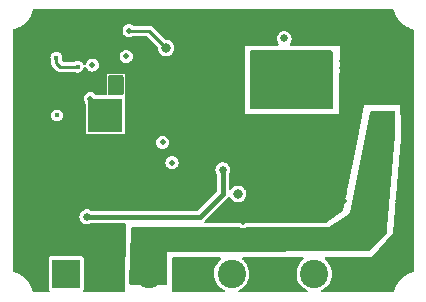
<source format=gbr>
%TF.GenerationSoftware,KiCad,Pcbnew,6.0.11+dfsg-1~bpo11+1*%
%TF.CreationDate,2023-08-28T18:41:00-05:00*%
%TF.ProjectId,Gauntl33tVoltageRegulator,4761756e-746c-4333-9374-566f6c746167,rev?*%
%TF.SameCoordinates,Original*%
%TF.FileFunction,Copper,L4,Bot*%
%TF.FilePolarity,Positive*%
%FSLAX46Y46*%
G04 Gerber Fmt 4.6, Leading zero omitted, Abs format (unit mm)*
G04 Created by KiCad (PCBNEW 6.0.11+dfsg-1~bpo11+1) date 2023-08-28 18:41:00*
%MOMM*%
%LPD*%
G01*
G04 APERTURE LIST*
%TA.AperFunction,ComponentPad*%
%ADD10R,2.400000X2.400000*%
%TD*%
%TA.AperFunction,ComponentPad*%
%ADD11C,2.400000*%
%TD*%
%TA.AperFunction,ViaPad*%
%ADD12C,0.800000*%
%TD*%
%TA.AperFunction,ViaPad*%
%ADD13C,0.650000*%
%TD*%
%TA.AperFunction,ViaPad*%
%ADD14C,0.500000*%
%TD*%
%TA.AperFunction,ViaPad*%
%ADD15C,0.400000*%
%TD*%
%TA.AperFunction,Conductor*%
%ADD16C,0.250000*%
%TD*%
%TA.AperFunction,Conductor*%
%ADD17C,0.400000*%
%TD*%
G04 APERTURE END LIST*
D10*
%TO.P,J1,1,Pin_1*%
%TO.N,Net-(F2-Pad1)*%
X122050000Y-128900000D03*
D11*
%TO.P,J1,2,Pin_2*%
%TO.N,GND*%
X125550000Y-128900000D03*
%TO.P,J1,3,Pin_3*%
%TO.N,Net-(F1-Pad1)*%
X129050000Y-128900000D03*
%TO.P,J1,4,Pin_4*%
%TO.N,GND*%
X132550000Y-128900000D03*
%TO.P,J1,5,Pin_5*%
%TO.N,Net-(J1-Pad5)*%
X136050000Y-128900000D03*
%TO.P,J1,6,Pin_6*%
%TO.N,GND*%
X139550000Y-128900000D03*
%TO.P,J1,7,Pin_7*%
%TO.N,/5V*%
X143050000Y-128900000D03*
%TO.P,J1,8,Pin_8*%
%TO.N,GND*%
X146550000Y-128900000D03*
%TD*%
D12*
%TO.N,/5V*%
X130500000Y-109800000D03*
X136600000Y-122162500D03*
D13*
%TO.N,/+20V*%
X123800000Y-124100000D03*
D14*
X126500000Y-114400000D03*
D13*
X135300000Y-120100000D03*
D14*
X125265498Y-115734502D03*
X126500000Y-115000000D03*
X125900000Y-115000000D03*
X125900000Y-114400000D03*
X124100000Y-114100000D03*
D15*
%TO.N,/5V*%
X123005000Y-111390000D03*
D14*
%TO.N,GND*%
X134700000Y-118500000D03*
X150100000Y-122800000D03*
X126500000Y-112500000D03*
X132400000Y-118900000D03*
X128000000Y-122400000D03*
X146000000Y-112100000D03*
X128700000Y-121700000D03*
X150100000Y-123400000D03*
X145000000Y-121600000D03*
X128000000Y-118600000D03*
X128700000Y-120000000D03*
X146700000Y-114500000D03*
X146600000Y-110900000D03*
X127262000Y-112760000D03*
X150700000Y-121600000D03*
X150700000Y-122800000D03*
X118800000Y-109300000D03*
X127900000Y-113400000D03*
X146000000Y-114500000D03*
X145400000Y-113300000D03*
X126500000Y-113500000D03*
X145600000Y-121000000D03*
X145000000Y-122200000D03*
X145000000Y-119800000D03*
X129400000Y-122400000D03*
X140100000Y-122000000D03*
X129400000Y-120700000D03*
X129400000Y-120000000D03*
X125900000Y-112500000D03*
X132400000Y-119600000D03*
X139700000Y-124400000D03*
X127900000Y-114600000D03*
X145400000Y-114500000D03*
X146000000Y-113900000D03*
X150700000Y-123400000D03*
X127900000Y-115200000D03*
X138200000Y-122100000D03*
X128600000Y-110200000D03*
X125900000Y-113500000D03*
X146000000Y-110900000D03*
X128700000Y-122400000D03*
X145600000Y-122200000D03*
X129400000Y-119300000D03*
X129400000Y-121700000D03*
X145600000Y-120400000D03*
X150700000Y-118600000D03*
X120100000Y-113300000D03*
X145000000Y-121000000D03*
X122300000Y-110600000D03*
X137000000Y-124500000D03*
X134700000Y-119200000D03*
X145600000Y-119800000D03*
X128000000Y-121700000D03*
X125900000Y-113000000D03*
X128700000Y-120700000D03*
X145000000Y-119200000D03*
X127900000Y-114000000D03*
X128000000Y-120000000D03*
X140100000Y-120200000D03*
X129400000Y-118600000D03*
X139000000Y-122100000D03*
X146600000Y-111500000D03*
X146600000Y-113900000D03*
X128000000Y-120700000D03*
X136000000Y-123200000D03*
X146000000Y-113300000D03*
X145000000Y-118600000D03*
X150700000Y-119200000D03*
X136300000Y-124000000D03*
X128000000Y-123100000D03*
X146600000Y-112100000D03*
X143100000Y-124400000D03*
X128700000Y-118600000D03*
X132100000Y-122300000D03*
X124200000Y-106800000D03*
X132100000Y-123000000D03*
X146000000Y-111500000D03*
X127300000Y-114000000D03*
X146600000Y-113300000D03*
X145000000Y-120400000D03*
X150700000Y-120400000D03*
X145600000Y-118600000D03*
X127300000Y-115200000D03*
D12*
X119000000Y-129000000D03*
D14*
X129400000Y-123100000D03*
X128700000Y-123100000D03*
X145600000Y-122800000D03*
X145400000Y-110900000D03*
X145000000Y-123400000D03*
X145400000Y-113900000D03*
X145400000Y-112100000D03*
X122600000Y-107900000D03*
D12*
X118000000Y-128000000D03*
D14*
X127300000Y-114600000D03*
X122200000Y-114000000D03*
X128700000Y-119300000D03*
X128000000Y-119300000D03*
X145400000Y-111500000D03*
X150700000Y-122200000D03*
X150700000Y-121000000D03*
X121800000Y-116900000D03*
X150700000Y-119800000D03*
X127300000Y-113400000D03*
X145600000Y-121600000D03*
X145600000Y-119200000D03*
X126500000Y-113000000D03*
X145000000Y-122800000D03*
%TO.N,/PGOOD*%
X130200000Y-117800000D03*
X127121588Y-110521588D03*
D15*
%TO.N,/5V*%
X121215000Y-110610000D03*
X121275000Y-115520000D03*
D14*
X127367500Y-108332061D03*
%TO.N,/Vreg*%
X141100000Y-113600000D03*
X139700000Y-113600000D03*
X139700000Y-112200000D03*
X141800000Y-113600000D03*
X143600000Y-110900000D03*
X140400000Y-112900000D03*
X140400000Y-110800000D03*
X141800000Y-110800000D03*
X139700000Y-110800000D03*
X141800000Y-112900000D03*
X140400000Y-111500000D03*
X141800000Y-112200000D03*
X144200000Y-114400000D03*
X143500000Y-114400000D03*
X141100000Y-111500000D03*
X143500000Y-113200000D03*
D13*
X140500000Y-109000000D03*
D14*
X139700000Y-111500000D03*
X143600000Y-111600000D03*
X144200000Y-110900000D03*
X140400000Y-113600000D03*
X124246000Y-111254000D03*
X144200000Y-113200000D03*
X143500000Y-113800000D03*
X144200000Y-111600000D03*
X144200000Y-113800000D03*
X140400000Y-112200000D03*
X141100000Y-110800000D03*
X139700000Y-112900000D03*
X141100000Y-112900000D03*
X141100000Y-112200000D03*
X141800000Y-111500000D03*
%TO.N,Net-(F1-Pad1)*%
X149200000Y-115700000D03*
X148300000Y-116400000D03*
X149200000Y-116400000D03*
X148300000Y-115700000D03*
%TO.N,Net-(J1-Pad5)*%
X131000000Y-119500000D03*
%TD*%
D16*
%TO.N,/5V*%
X130500000Y-109800000D02*
X129032061Y-108332061D01*
X129032061Y-108332061D02*
X127367500Y-108332061D01*
X121215000Y-110610000D02*
X121215000Y-111115000D01*
X121215000Y-111115000D02*
X121490000Y-111390000D01*
X121490000Y-111390000D02*
X123005000Y-111390000D01*
D17*
%TO.N,/+20V*%
X133400000Y-124100000D02*
X135100000Y-122400000D01*
X135300000Y-122200000D02*
X135300000Y-120100000D01*
X123800000Y-124100000D02*
X133400000Y-124100000D01*
X135100000Y-122400000D02*
X135300000Y-122200000D01*
%TD*%
%TA.AperFunction,Conductor*%
%TO.N,GND*%
G36*
X135105860Y-127520002D02*
G01*
X135152353Y-127573658D01*
X135162457Y-127643932D01*
X135132963Y-127708512D01*
X135113392Y-127726760D01*
X135050364Y-127774083D01*
X134879896Y-127952468D01*
X134876982Y-127956740D01*
X134876981Y-127956741D01*
X134857238Y-127985683D01*
X134740851Y-128156300D01*
X134636965Y-128380104D01*
X134571026Y-128617871D01*
X134544806Y-128863214D01*
X134559010Y-129109545D01*
X134560147Y-129114591D01*
X134560148Y-129114597D01*
X134582336Y-129213051D01*
X134613255Y-129350249D01*
X134706084Y-129578861D01*
X134835006Y-129789241D01*
X134996557Y-129975741D01*
X135186399Y-130133351D01*
X135199342Y-130140914D01*
X135394967Y-130255229D01*
X135394974Y-130255232D01*
X135399433Y-130257838D01*
X135404262Y-130259682D01*
X135405698Y-130260370D01*
X135458488Y-130307844D01*
X135477232Y-130376321D01*
X135455978Y-130444062D01*
X135401475Y-130489558D01*
X135351253Y-130500000D01*
X131126000Y-130500000D01*
X131057879Y-130479998D01*
X131011386Y-130426342D01*
X131000000Y-130374000D01*
X131000000Y-127626000D01*
X131020002Y-127557879D01*
X131073658Y-127511386D01*
X131126000Y-127500000D01*
X135037739Y-127500000D01*
X135105860Y-127520002D01*
G37*
%TD.AperFunction*%
%TA.AperFunction,Conductor*%
G36*
X142105860Y-127520002D02*
G01*
X142152353Y-127573658D01*
X142162457Y-127643932D01*
X142132963Y-127708512D01*
X142113392Y-127726760D01*
X142050364Y-127774083D01*
X141879896Y-127952468D01*
X141876982Y-127956740D01*
X141876981Y-127956741D01*
X141857238Y-127985683D01*
X141740851Y-128156300D01*
X141636965Y-128380104D01*
X141571026Y-128617871D01*
X141544806Y-128863214D01*
X141559010Y-129109545D01*
X141560147Y-129114591D01*
X141560148Y-129114597D01*
X141582336Y-129213051D01*
X141613255Y-129350249D01*
X141706084Y-129578861D01*
X141835006Y-129789241D01*
X141996557Y-129975741D01*
X142186399Y-130133351D01*
X142199342Y-130140914D01*
X142394967Y-130255229D01*
X142394974Y-130255232D01*
X142399433Y-130257838D01*
X142404262Y-130259682D01*
X142405698Y-130260370D01*
X142458488Y-130307844D01*
X142477232Y-130376321D01*
X142455978Y-130444062D01*
X142401475Y-130489558D01*
X142351253Y-130500000D01*
X136738475Y-130500000D01*
X136670354Y-130479998D01*
X136623861Y-130426342D01*
X136613757Y-130356068D01*
X136643251Y-130291488D01*
X136683043Y-130260849D01*
X136816303Y-130195566D01*
X136816308Y-130195563D01*
X136820954Y-130193287D01*
X136825164Y-130190284D01*
X136825169Y-130190281D01*
X137017617Y-130053009D01*
X137017622Y-130053005D01*
X137021829Y-130050004D01*
X137196605Y-129875837D01*
X137340588Y-129675463D01*
X137449911Y-129454264D01*
X137505120Y-129272551D01*
X137520135Y-129223132D01*
X137520136Y-129223126D01*
X137521639Y-129218180D01*
X137553845Y-128973550D01*
X137555643Y-128900000D01*
X137542030Y-128734422D01*
X137535849Y-128659240D01*
X137535848Y-128659234D01*
X137535425Y-128654089D01*
X137475316Y-128414783D01*
X137376928Y-128188507D01*
X137242905Y-127981339D01*
X137216635Y-127952468D01*
X137190243Y-127923464D01*
X137076846Y-127798842D01*
X137072795Y-127795643D01*
X137072791Y-127795639D01*
X136983196Y-127724882D01*
X136942133Y-127666965D01*
X136938901Y-127596042D01*
X136974526Y-127534631D01*
X137037697Y-127502228D01*
X137061288Y-127500000D01*
X142037739Y-127500000D01*
X142105860Y-127520002D01*
G37*
%TD.AperFunction*%
%TA.AperFunction,Conductor*%
G36*
X149721610Y-106520002D02*
G01*
X149768103Y-106573658D01*
X149773784Y-106588515D01*
X149845063Y-106817260D01*
X149959285Y-107071050D01*
X150103265Y-107309222D01*
X150105606Y-107312210D01*
X150105608Y-107312213D01*
X150272551Y-107525299D01*
X150274904Y-107528302D01*
X150471698Y-107725096D01*
X150474698Y-107727447D01*
X150474701Y-107727449D01*
X150628624Y-107848040D01*
X150690778Y-107896735D01*
X150733137Y-107922342D01*
X150925689Y-108038744D01*
X150925693Y-108038746D01*
X150928950Y-108040715D01*
X150959437Y-108054436D01*
X151179264Y-108153373D01*
X151179270Y-108153375D01*
X151182740Y-108154937D01*
X151186376Y-108156070D01*
X151411485Y-108226216D01*
X151470571Y-108265578D01*
X151498996Y-108330636D01*
X151500000Y-108346511D01*
X151500000Y-128653489D01*
X151479998Y-128721610D01*
X151426342Y-128768103D01*
X151411485Y-128773784D01*
X151182740Y-128845063D01*
X151179270Y-128846625D01*
X151179264Y-128846627D01*
X151142410Y-128863214D01*
X150928950Y-128959285D01*
X150925693Y-128961254D01*
X150925689Y-128961256D01*
X150773950Y-129052986D01*
X150690778Y-129103265D01*
X150687790Y-129105606D01*
X150687787Y-129105608D01*
X150474701Y-129272551D01*
X150471698Y-129274904D01*
X150274904Y-129471698D01*
X150272553Y-129474698D01*
X150272551Y-129474701D01*
X150115264Y-129675463D01*
X150103265Y-129690778D01*
X150101298Y-129694032D01*
X149989188Y-129879485D01*
X149959285Y-129928950D01*
X149906446Y-130046353D01*
X149846750Y-130178992D01*
X149845063Y-130182740D01*
X149814461Y-130280945D01*
X149773784Y-130411485D01*
X149734422Y-130470571D01*
X149669364Y-130498996D01*
X149653489Y-130500000D01*
X143738475Y-130500000D01*
X143670354Y-130479998D01*
X143623861Y-130426342D01*
X143613757Y-130356068D01*
X143643251Y-130291488D01*
X143683043Y-130260849D01*
X143816303Y-130195566D01*
X143816308Y-130195563D01*
X143820954Y-130193287D01*
X143825164Y-130190284D01*
X143825169Y-130190281D01*
X144017617Y-130053009D01*
X144017622Y-130053005D01*
X144021829Y-130050004D01*
X144196605Y-129875837D01*
X144340588Y-129675463D01*
X144449911Y-129454264D01*
X144505120Y-129272551D01*
X144520135Y-129223132D01*
X144520136Y-129223126D01*
X144521639Y-129218180D01*
X144553845Y-128973550D01*
X144555643Y-128900000D01*
X144542030Y-128734422D01*
X144535849Y-128659240D01*
X144535848Y-128659234D01*
X144535425Y-128654089D01*
X144475316Y-128414783D01*
X144376928Y-128188507D01*
X144242905Y-127981339D01*
X144216635Y-127952468D01*
X144190243Y-127923464D01*
X144076846Y-127798842D01*
X144072795Y-127795643D01*
X144072791Y-127795639D01*
X143983196Y-127724882D01*
X143942133Y-127666965D01*
X143938901Y-127596042D01*
X143974526Y-127534631D01*
X144037697Y-127502228D01*
X144061288Y-127500000D01*
X147900000Y-127500000D01*
X149700000Y-125500000D01*
X150141043Y-120396504D01*
X150399669Y-117403832D01*
X150399669Y-117403829D01*
X150400000Y-117400000D01*
X150359560Y-116267671D01*
X150300647Y-114618104D01*
X150300647Y-114618103D01*
X150300000Y-114600000D01*
X147300000Y-114600000D01*
X147297974Y-114610132D01*
X147297973Y-114610133D01*
X146658362Y-117808188D01*
X145516939Y-123515309D01*
X145509772Y-123551142D01*
X145476799Y-123614017D01*
X145459457Y-123628959D01*
X145225555Y-123796032D01*
X144132526Y-124576767D01*
X144060031Y-124600235D01*
X133856593Y-124660255D01*
X133788356Y-124640654D01*
X133741548Y-124587273D01*
X133731031Y-124517059D01*
X133760144Y-124452306D01*
X133773599Y-124438809D01*
X133781037Y-124432400D01*
X133785921Y-124424865D01*
X133791819Y-124418104D01*
X133791824Y-124418108D01*
X133800800Y-124407014D01*
X135604280Y-122603534D01*
X135613624Y-122596068D01*
X135613292Y-122595678D01*
X135620128Y-122589860D01*
X135627720Y-122585070D01*
X135662756Y-122545399D01*
X135668102Y-122539712D01*
X135679321Y-122528493D01*
X135685450Y-122520316D01*
X135691832Y-122512477D01*
X135716684Y-122484337D01*
X135716685Y-122484336D01*
X135722623Y-122477612D01*
X135726434Y-122469494D01*
X135728506Y-122466341D01*
X135736324Y-122453330D01*
X135737275Y-122451592D01*
X135737507Y-122451361D01*
X135739034Y-122448819D01*
X135743526Y-122442825D01*
X135744974Y-122443910D01*
X135787533Y-122401446D01*
X135856924Y-122386431D01*
X135923417Y-122411315D01*
X135966122Y-122468800D01*
X135968654Y-122475720D01*
X135968656Y-122475724D01*
X135971266Y-122482856D01*
X135975502Y-122489159D01*
X135975502Y-122489160D01*
X135988574Y-122508613D01*
X136065830Y-122623583D01*
X136071442Y-122628690D01*
X136071445Y-122628693D01*
X136185612Y-122732577D01*
X136185616Y-122732580D01*
X136191233Y-122737691D01*
X136197906Y-122741314D01*
X136197910Y-122741317D01*
X136333558Y-122814967D01*
X136333560Y-122814968D01*
X136340235Y-122818592D01*
X136347584Y-122820520D01*
X136496883Y-122859688D01*
X136496885Y-122859688D01*
X136504233Y-122861616D01*
X136590609Y-122862973D01*
X136666161Y-122864160D01*
X136666164Y-122864160D01*
X136673760Y-122864279D01*
X136681165Y-122862583D01*
X136681166Y-122862583D01*
X136741586Y-122848745D01*
X136839029Y-122826428D01*
X136990498Y-122750247D01*
X137119423Y-122640134D01*
X137218361Y-122502447D01*
X137281601Y-122345134D01*
X137288877Y-122294011D01*
X137304909Y-122181362D01*
X137304909Y-122181359D01*
X137305490Y-122177278D01*
X137305645Y-122162500D01*
X137285276Y-121994180D01*
X137225345Y-121835577D01*
X137200920Y-121800038D01*
X137133614Y-121702108D01*
X137133613Y-121702107D01*
X137129312Y-121695849D01*
X137117514Y-121685337D01*
X137008392Y-121588112D01*
X137008388Y-121588110D01*
X137002721Y-121583060D01*
X136852881Y-121503724D01*
X136688441Y-121462419D01*
X136680843Y-121462379D01*
X136680841Y-121462379D01*
X136603668Y-121461975D01*
X136518895Y-121461531D01*
X136511508Y-121463305D01*
X136511504Y-121463305D01*
X136368162Y-121497720D01*
X136354032Y-121501112D01*
X136347288Y-121504593D01*
X136347285Y-121504594D01*
X136342089Y-121507276D01*
X136203369Y-121578875D01*
X136075604Y-121690331D01*
X136071234Y-121696549D01*
X136029587Y-121755806D01*
X135974053Y-121800038D01*
X135903421Y-121807224D01*
X135840116Y-121775083D01*
X135804238Y-121713819D01*
X135800500Y-121683356D01*
X135800500Y-120516012D01*
X135824178Y-120442485D01*
X135847724Y-120409718D01*
X135847725Y-120409717D01*
X135852156Y-120403550D01*
X135908624Y-120263080D01*
X135929956Y-120113196D01*
X135930094Y-120100000D01*
X135911906Y-119949701D01*
X135906814Y-119936226D01*
X135861076Y-119815182D01*
X135861075Y-119815179D01*
X135858392Y-119808080D01*
X135772640Y-119683311D01*
X135659603Y-119582599D01*
X135652897Y-119579048D01*
X135652895Y-119579047D01*
X135592704Y-119547178D01*
X135525805Y-119511757D01*
X135378972Y-119474874D01*
X135371374Y-119474834D01*
X135371372Y-119474834D01*
X135306775Y-119474496D01*
X135227579Y-119474082D01*
X135220200Y-119475854D01*
X135220196Y-119475854D01*
X135087746Y-119507652D01*
X135087742Y-119507653D01*
X135080367Y-119509424D01*
X134945835Y-119578861D01*
X134940113Y-119583853D01*
X134940111Y-119583854D01*
X134837474Y-119673390D01*
X134837471Y-119673393D01*
X134831749Y-119678385D01*
X134827382Y-119684599D01*
X134757397Y-119784178D01*
X134744696Y-119802249D01*
X134689702Y-119943302D01*
X134688711Y-119950831D01*
X134674964Y-120055250D01*
X134669941Y-120093402D01*
X134686554Y-120243883D01*
X134738582Y-120386057D01*
X134742819Y-120392363D01*
X134742821Y-120392366D01*
X134778081Y-120444837D01*
X134799500Y-120515113D01*
X134799500Y-121940496D01*
X134779498Y-122008617D01*
X134762595Y-122029591D01*
X133229591Y-123562595D01*
X133167279Y-123596621D01*
X133140496Y-123599500D01*
X124221808Y-123599500D01*
X124160781Y-123580375D01*
X124159603Y-123582599D01*
X124025805Y-123511757D01*
X123878972Y-123474874D01*
X123871374Y-123474834D01*
X123871372Y-123474834D01*
X123806775Y-123474496D01*
X123727579Y-123474082D01*
X123720200Y-123475854D01*
X123720196Y-123475854D01*
X123587746Y-123507652D01*
X123587742Y-123507653D01*
X123580367Y-123509424D01*
X123445835Y-123578861D01*
X123440113Y-123583853D01*
X123440111Y-123583854D01*
X123337474Y-123673390D01*
X123337471Y-123673393D01*
X123331749Y-123678385D01*
X123244696Y-123802249D01*
X123189702Y-123943302D01*
X123169941Y-124093402D01*
X123186554Y-124243883D01*
X123238582Y-124386057D01*
X123242819Y-124392363D01*
X123242821Y-124392366D01*
X123269723Y-124432400D01*
X123323022Y-124511716D01*
X123434998Y-124613607D01*
X123441675Y-124617232D01*
X123441676Y-124617233D01*
X123561370Y-124682222D01*
X123561372Y-124682223D01*
X123568047Y-124685847D01*
X123575396Y-124687775D01*
X123707136Y-124722336D01*
X123707138Y-124722336D01*
X123714486Y-124724264D01*
X123794562Y-124725522D01*
X123858266Y-124726523D01*
X123858269Y-124726523D01*
X123865863Y-124726642D01*
X124013437Y-124692843D01*
X124081739Y-124658491D01*
X124141900Y-124628234D01*
X124141903Y-124628232D01*
X124148689Y-124624819D01*
X124152820Y-124621291D01*
X124221685Y-124600500D01*
X126973515Y-124600500D01*
X127041636Y-124620502D01*
X127088129Y-124674158D01*
X127099496Y-124728710D01*
X127000417Y-130376210D01*
X126979223Y-130443970D01*
X126924760Y-130489514D01*
X126874436Y-130500000D01*
X123579166Y-130500000D01*
X123511045Y-130479998D01*
X123464552Y-130426342D01*
X123454448Y-130356068D01*
X123483942Y-130291488D01*
X123489994Y-130284981D01*
X123494024Y-130280945D01*
X123494025Y-130280943D01*
X123502241Y-130272713D01*
X123507487Y-130260849D01*
X123543675Y-130178992D01*
X123547506Y-130170327D01*
X123550500Y-130144646D01*
X123550500Y-127655354D01*
X123547382Y-127629154D01*
X123501939Y-127526847D01*
X123422713Y-127447759D01*
X123412076Y-127443056D01*
X123412074Y-127443055D01*
X123352538Y-127416735D01*
X123320327Y-127402494D01*
X123294646Y-127399500D01*
X120805354Y-127399500D01*
X120801650Y-127399941D01*
X120801647Y-127399941D01*
X120794254Y-127400821D01*
X120779154Y-127402618D01*
X120676847Y-127448061D01*
X120597759Y-127527287D01*
X120552494Y-127629673D01*
X120549500Y-127655354D01*
X120549500Y-130144646D01*
X120552618Y-130170846D01*
X120598061Y-130273153D01*
X120606295Y-130281373D01*
X120606296Y-130281374D01*
X120609756Y-130284828D01*
X120643835Y-130347111D01*
X120638830Y-130417931D01*
X120596332Y-130474804D01*
X120529833Y-130499671D01*
X120520737Y-130500000D01*
X119346511Y-130500000D01*
X119278390Y-130479998D01*
X119231897Y-130426342D01*
X119226216Y-130411485D01*
X119185539Y-130280945D01*
X119154937Y-130182740D01*
X119153251Y-130178992D01*
X119093554Y-130046353D01*
X119040715Y-129928950D01*
X119010813Y-129879485D01*
X118898702Y-129694032D01*
X118896735Y-129690778D01*
X118884737Y-129675463D01*
X118727449Y-129474701D01*
X118727447Y-129474698D01*
X118725096Y-129471698D01*
X118528302Y-129274904D01*
X118525299Y-129272551D01*
X118312213Y-129105608D01*
X118312210Y-129105606D01*
X118309222Y-129103265D01*
X118226050Y-129052986D01*
X118074311Y-128961256D01*
X118074307Y-128961254D01*
X118071050Y-128959285D01*
X117857590Y-128863214D01*
X117820736Y-128846627D01*
X117820730Y-128846625D01*
X117817260Y-128845063D01*
X117588515Y-128773784D01*
X117529429Y-128734422D01*
X117501004Y-128669364D01*
X117500000Y-128653489D01*
X117500000Y-119500000D01*
X130444750Y-119500000D01*
X130463670Y-119643709D01*
X130519139Y-119777625D01*
X130607379Y-119892621D01*
X130722375Y-119980861D01*
X130856291Y-120036330D01*
X131000000Y-120055250D01*
X131143709Y-120036330D01*
X131277625Y-119980861D01*
X131392621Y-119892621D01*
X131480861Y-119777625D01*
X131536330Y-119643709D01*
X131555250Y-119500000D01*
X131536330Y-119356291D01*
X131480861Y-119222375D01*
X131392621Y-119107379D01*
X131277625Y-119019139D01*
X131143709Y-118963670D01*
X131000000Y-118944750D01*
X130856291Y-118963670D01*
X130722375Y-119019139D01*
X130607379Y-119107379D01*
X130519139Y-119222375D01*
X130463670Y-119356291D01*
X130444750Y-119500000D01*
X117500000Y-119500000D01*
X117500000Y-117800000D01*
X129644750Y-117800000D01*
X129663670Y-117943709D01*
X129719139Y-118077625D01*
X129807379Y-118192621D01*
X129922375Y-118280861D01*
X130056291Y-118336330D01*
X130200000Y-118355250D01*
X130343709Y-118336330D01*
X130477625Y-118280861D01*
X130592621Y-118192621D01*
X130680861Y-118077625D01*
X130736330Y-117943709D01*
X130755250Y-117800000D01*
X130736330Y-117656291D01*
X130680861Y-117522375D01*
X130592621Y-117407379D01*
X130477625Y-117319139D01*
X130343709Y-117263670D01*
X130200000Y-117244750D01*
X130056291Y-117263670D01*
X129922375Y-117319139D01*
X129807379Y-117407379D01*
X129719139Y-117522375D01*
X129663670Y-117656291D01*
X129644750Y-117800000D01*
X117500000Y-117800000D01*
X117500000Y-115513823D01*
X120769391Y-115513823D01*
X120770555Y-115522725D01*
X120770555Y-115522728D01*
X120774398Y-115552114D01*
X120787980Y-115655979D01*
X120845720Y-115787203D01*
X120851497Y-115794076D01*
X120851498Y-115794077D01*
X120858792Y-115802754D01*
X120937970Y-115896948D01*
X121057313Y-115976390D01*
X121194157Y-116019142D01*
X121203129Y-116019306D01*
X121203132Y-116019307D01*
X121268463Y-116020504D01*
X121337499Y-116021770D01*
X121346533Y-116019307D01*
X121467158Y-115986421D01*
X121467160Y-115986420D01*
X121475817Y-115984060D01*
X121597991Y-115909045D01*
X121694200Y-115802754D01*
X121756710Y-115673733D01*
X121780496Y-115532354D01*
X121780647Y-115520000D01*
X121763462Y-115400000D01*
X121761596Y-115386968D01*
X121761595Y-115386965D01*
X121760323Y-115378082D01*
X121743864Y-115341881D01*
X121728176Y-115307379D01*
X121700984Y-115247572D01*
X121644818Y-115182388D01*
X121613260Y-115145763D01*
X121613257Y-115145760D01*
X121607400Y-115138963D01*
X121487095Y-115060985D01*
X121349739Y-115019907D01*
X121340763Y-115019852D01*
X121340762Y-115019852D01*
X121280555Y-115019484D01*
X121206376Y-115019031D01*
X121068529Y-115058428D01*
X120947280Y-115134930D01*
X120852377Y-115242388D01*
X120791447Y-115372163D01*
X120790066Y-115381035D01*
X120771180Y-115502335D01*
X120769391Y-115513823D01*
X117500000Y-115513823D01*
X117500000Y-114100000D01*
X123544750Y-114100000D01*
X123563670Y-114243709D01*
X123619139Y-114377625D01*
X123673964Y-114449074D01*
X123699563Y-114515293D01*
X123700000Y-114525776D01*
X123700000Y-117100000D01*
X127000000Y-117100000D01*
X127000000Y-115400000D01*
X137200000Y-115400000D01*
X145100000Y-115400000D01*
X145119578Y-114264475D01*
X145199688Y-109618112D01*
X145199688Y-109618111D01*
X145200000Y-109600000D01*
X141084831Y-109600000D01*
X141016710Y-109579998D01*
X140970217Y-109526342D01*
X140960113Y-109456068D01*
X140982509Y-109400473D01*
X141047724Y-109309718D01*
X141047725Y-109309717D01*
X141052156Y-109303550D01*
X141108624Y-109163080D01*
X141129956Y-109013196D01*
X141130094Y-109000000D01*
X141111906Y-108849701D01*
X141106814Y-108836226D01*
X141061076Y-108715182D01*
X141061075Y-108715179D01*
X141058392Y-108708080D01*
X140972640Y-108583311D01*
X140859603Y-108482599D01*
X140852897Y-108479048D01*
X140852895Y-108479047D01*
X140792704Y-108447178D01*
X140725805Y-108411757D01*
X140578972Y-108374874D01*
X140571374Y-108374834D01*
X140571372Y-108374834D01*
X140506775Y-108374496D01*
X140427579Y-108374082D01*
X140420200Y-108375854D01*
X140420196Y-108375854D01*
X140287746Y-108407652D01*
X140287742Y-108407653D01*
X140280367Y-108409424D01*
X140145835Y-108478861D01*
X140140113Y-108483853D01*
X140140111Y-108483854D01*
X140037474Y-108573390D01*
X140037471Y-108573393D01*
X140031749Y-108578385D01*
X139944696Y-108702249D01*
X139889702Y-108843302D01*
X139869941Y-108993402D01*
X139886554Y-109143883D01*
X139938582Y-109286057D01*
X140017653Y-109403726D01*
X140039045Y-109471420D01*
X140020441Y-109539936D01*
X139967749Y-109587518D01*
X139913071Y-109600000D01*
X137200000Y-109600000D01*
X137200000Y-115400000D01*
X127000000Y-115400000D01*
X127000000Y-115256481D01*
X127009591Y-115208264D01*
X127033171Y-115151337D01*
X127033172Y-115151333D01*
X127036330Y-115143709D01*
X127055250Y-115000000D01*
X127036330Y-114856291D01*
X127033172Y-114848667D01*
X127033171Y-114848663D01*
X127009591Y-114791736D01*
X127000000Y-114743519D01*
X127000000Y-114656481D01*
X127009591Y-114608264D01*
X127033171Y-114551337D01*
X127033172Y-114551333D01*
X127036330Y-114543709D01*
X127055250Y-114400000D01*
X127036330Y-114256291D01*
X127033172Y-114248667D01*
X127033171Y-114248663D01*
X127009591Y-114191736D01*
X127000000Y-114143519D01*
X127000000Y-112000000D01*
X125500000Y-112000000D01*
X125500000Y-113674000D01*
X125479998Y-113742121D01*
X125426342Y-113788614D01*
X125374000Y-113800000D01*
X124625828Y-113800000D01*
X124557707Y-113779998D01*
X124525866Y-113750705D01*
X124520498Y-113743709D01*
X124492621Y-113707379D01*
X124377625Y-113619139D01*
X124243709Y-113563670D01*
X124100000Y-113544750D01*
X123956291Y-113563670D01*
X123822375Y-113619139D01*
X123707379Y-113707379D01*
X123619139Y-113822375D01*
X123563670Y-113956291D01*
X123544750Y-114100000D01*
X117500000Y-114100000D01*
X117500000Y-110603823D01*
X120709391Y-110603823D01*
X120710555Y-110612725D01*
X120710555Y-110612728D01*
X120718685Y-110674901D01*
X120727980Y-110745979D01*
X120735792Y-110763733D01*
X120778829Y-110861542D01*
X120789500Y-110912288D01*
X120789500Y-111182393D01*
X120796914Y-111205210D01*
X120801528Y-111224429D01*
X120805281Y-111248126D01*
X120809784Y-111256963D01*
X120809784Y-111256964D01*
X120816172Y-111269502D01*
X120823736Y-111287763D01*
X120828085Y-111301147D01*
X120828087Y-111301150D01*
X120831151Y-111310581D01*
X120836980Y-111318604D01*
X120845253Y-111329991D01*
X120855577Y-111346837D01*
X120866472Y-111368220D01*
X121236780Y-111738528D01*
X121258156Y-111749419D01*
X121275012Y-111759749D01*
X121294419Y-111773850D01*
X121310408Y-111779045D01*
X121317237Y-111781264D01*
X121335498Y-111788827D01*
X121356874Y-111799719D01*
X121366665Y-111801270D01*
X121366672Y-111801272D01*
X121380569Y-111803473D01*
X121399788Y-111808087D01*
X121413173Y-111812436D01*
X121413180Y-111812437D01*
X121422607Y-111815500D01*
X122702806Y-111815500D01*
X122772624Y-111836612D01*
X122779837Y-111841414D01*
X122779840Y-111841415D01*
X122787313Y-111846390D01*
X122924157Y-111889142D01*
X122933129Y-111889306D01*
X122933132Y-111889307D01*
X122998463Y-111890504D01*
X123067499Y-111891770D01*
X123076533Y-111889307D01*
X123197158Y-111856421D01*
X123197160Y-111856420D01*
X123205817Y-111854060D01*
X123327991Y-111779045D01*
X123424200Y-111672754D01*
X123486710Y-111543733D01*
X123495800Y-111489705D01*
X123526828Y-111425848D01*
X123587454Y-111388901D01*
X123658430Y-111390597D01*
X123717222Y-111430397D01*
X123736463Y-111462394D01*
X123765139Y-111531625D01*
X123853379Y-111646621D01*
X123968375Y-111734861D01*
X124102291Y-111790330D01*
X124246000Y-111809250D01*
X124389709Y-111790330D01*
X124523625Y-111734861D01*
X124638621Y-111646621D01*
X124726861Y-111531625D01*
X124782330Y-111397709D01*
X124801250Y-111254000D01*
X124782330Y-111110291D01*
X124726861Y-110976375D01*
X124638621Y-110861379D01*
X124523625Y-110773139D01*
X124389709Y-110717670D01*
X124246000Y-110698750D01*
X124102291Y-110717670D01*
X123968375Y-110773139D01*
X123853379Y-110861379D01*
X123765139Y-110976375D01*
X123709670Y-111110291D01*
X123708592Y-111118480D01*
X123703800Y-111154875D01*
X123675077Y-111219802D01*
X123615811Y-111258893D01*
X123544819Y-111259737D01*
X123484641Y-111222066D01*
X123464177Y-111190577D01*
X123434702Y-111125748D01*
X123434700Y-111125745D01*
X123430984Y-111117572D01*
X123394956Y-111075760D01*
X123343260Y-111015763D01*
X123343257Y-111015760D01*
X123337400Y-111008963D01*
X123217095Y-110930985D01*
X123079739Y-110889907D01*
X123070763Y-110889852D01*
X123070762Y-110889852D01*
X123010555Y-110889484D01*
X122936376Y-110889031D01*
X122798529Y-110928428D01*
X122790941Y-110933216D01*
X122790938Y-110933217D01*
X122772167Y-110945061D01*
X122704931Y-110964500D01*
X121800495Y-110964500D01*
X121732374Y-110944498D01*
X121685881Y-110890842D01*
X121675777Y-110820568D01*
X121687103Y-110783562D01*
X121692795Y-110771814D01*
X121692795Y-110771813D01*
X121696710Y-110763733D01*
X121720496Y-110622354D01*
X121720647Y-110610000D01*
X121707986Y-110521588D01*
X126566338Y-110521588D01*
X126585258Y-110665297D01*
X126640727Y-110799213D01*
X126728967Y-110914209D01*
X126843963Y-111002449D01*
X126977879Y-111057918D01*
X127121588Y-111076838D01*
X127265297Y-111057918D01*
X127399213Y-111002449D01*
X127514209Y-110914209D01*
X127602449Y-110799213D01*
X127657918Y-110665297D01*
X127676838Y-110521588D01*
X127657918Y-110377879D01*
X127602449Y-110243963D01*
X127514209Y-110128967D01*
X127399213Y-110040727D01*
X127265297Y-109985258D01*
X127121588Y-109966338D01*
X126977879Y-109985258D01*
X126843963Y-110040727D01*
X126728967Y-110128967D01*
X126640727Y-110243963D01*
X126585258Y-110377879D01*
X126566338Y-110521588D01*
X121707986Y-110521588D01*
X121704906Y-110500083D01*
X121701596Y-110476968D01*
X121701595Y-110476965D01*
X121700323Y-110468082D01*
X121640984Y-110337572D01*
X121575077Y-110261083D01*
X121553260Y-110235763D01*
X121553257Y-110235760D01*
X121547400Y-110228963D01*
X121427095Y-110150985D01*
X121289739Y-110109907D01*
X121280763Y-110109852D01*
X121280762Y-110109852D01*
X121220555Y-110109484D01*
X121146376Y-110109031D01*
X121008529Y-110148428D01*
X120887280Y-110224930D01*
X120792377Y-110332388D01*
X120731447Y-110462163D01*
X120709391Y-110603823D01*
X117500000Y-110603823D01*
X117500000Y-108346511D01*
X117504243Y-108332061D01*
X126812250Y-108332061D01*
X126831170Y-108475770D01*
X126886639Y-108609686D01*
X126974879Y-108724682D01*
X127089875Y-108812922D01*
X127223791Y-108868391D01*
X127367500Y-108887311D01*
X127511209Y-108868391D01*
X127645125Y-108812922D01*
X127683339Y-108783599D01*
X127749560Y-108757998D01*
X127760044Y-108757561D01*
X128803623Y-108757561D01*
X128871744Y-108777563D01*
X128892718Y-108794466D01*
X129761680Y-109663428D01*
X129795706Y-109725740D01*
X129797507Y-109768967D01*
X129794394Y-109792611D01*
X129812999Y-109961135D01*
X129821827Y-109985258D01*
X129868384Y-110112480D01*
X129871266Y-110120356D01*
X129875502Y-110126659D01*
X129875502Y-110126660D01*
X129888472Y-110145962D01*
X129965830Y-110261083D01*
X129971442Y-110266190D01*
X129971445Y-110266193D01*
X130085612Y-110370077D01*
X130085616Y-110370080D01*
X130091233Y-110375191D01*
X130097906Y-110378814D01*
X130097910Y-110378817D01*
X130233558Y-110452467D01*
X130233560Y-110452468D01*
X130240235Y-110456092D01*
X130247584Y-110458020D01*
X130396883Y-110497188D01*
X130396885Y-110497188D01*
X130404233Y-110499116D01*
X130490609Y-110500473D01*
X130566161Y-110501660D01*
X130566164Y-110501660D01*
X130573760Y-110501779D01*
X130581165Y-110500083D01*
X130581166Y-110500083D01*
X130682092Y-110476968D01*
X130739029Y-110463928D01*
X130890498Y-110387747D01*
X131019423Y-110277634D01*
X131118361Y-110139947D01*
X131123702Y-110126660D01*
X131178766Y-109989687D01*
X131178767Y-109989685D01*
X131181601Y-109982634D01*
X131205490Y-109814778D01*
X131205645Y-109800000D01*
X131185276Y-109631680D01*
X131125345Y-109473077D01*
X131093330Y-109426495D01*
X131033614Y-109339608D01*
X131033613Y-109339607D01*
X131029312Y-109333349D01*
X131023641Y-109328296D01*
X130908392Y-109225612D01*
X130908388Y-109225610D01*
X130902721Y-109220560D01*
X130752881Y-109141224D01*
X130588441Y-109099919D01*
X130580843Y-109099879D01*
X130580841Y-109099879D01*
X130483216Y-109099368D01*
X130452487Y-109099207D01*
X130384472Y-109078849D01*
X130364052Y-109062304D01*
X129285281Y-107983533D01*
X129263898Y-107972638D01*
X129247052Y-107962314D01*
X129235665Y-107954041D01*
X129227642Y-107948212D01*
X129218211Y-107945148D01*
X129218208Y-107945146D01*
X129204824Y-107940797D01*
X129186563Y-107933233D01*
X129174025Y-107926845D01*
X129174024Y-107926845D01*
X129165187Y-107922342D01*
X129141490Y-107918589D01*
X129122271Y-107913975D01*
X129099454Y-107906561D01*
X127760044Y-107906561D01*
X127691923Y-107886559D01*
X127683339Y-107880523D01*
X127651675Y-107856226D01*
X127645125Y-107851200D01*
X127511209Y-107795731D01*
X127367500Y-107776811D01*
X127223791Y-107795731D01*
X127089875Y-107851200D01*
X126974879Y-107939440D01*
X126886639Y-108054436D01*
X126831170Y-108188352D01*
X126812250Y-108332061D01*
X117504243Y-108332061D01*
X117520002Y-108278390D01*
X117573658Y-108231897D01*
X117588515Y-108226216D01*
X117813624Y-108156070D01*
X117817260Y-108154937D01*
X117820730Y-108153375D01*
X117820736Y-108153373D01*
X118040563Y-108054436D01*
X118071050Y-108040715D01*
X118074307Y-108038746D01*
X118074311Y-108038744D01*
X118266863Y-107922342D01*
X118309222Y-107896735D01*
X118371377Y-107848040D01*
X118525299Y-107727449D01*
X118525302Y-107727447D01*
X118528302Y-107725096D01*
X118725096Y-107528302D01*
X118727449Y-107525299D01*
X118894392Y-107312213D01*
X118894394Y-107312210D01*
X118896735Y-107309222D01*
X119040715Y-107071050D01*
X119154937Y-106817260D01*
X119226216Y-106588515D01*
X119265578Y-106529429D01*
X119330636Y-106501004D01*
X119346511Y-106500000D01*
X149653489Y-106500000D01*
X149721610Y-106520002D01*
G37*
%TD.AperFunction*%
%TA.AperFunction,Conductor*%
G36*
X126842121Y-112120002D02*
G01*
X126888614Y-112173658D01*
X126900000Y-112226000D01*
X126900000Y-113674000D01*
X126879998Y-113742121D01*
X126826342Y-113788614D01*
X126774000Y-113800000D01*
X125726000Y-113800000D01*
X125657879Y-113779998D01*
X125611386Y-113726342D01*
X125600000Y-113674000D01*
X125600000Y-112226000D01*
X125620002Y-112157879D01*
X125673658Y-112111386D01*
X125726000Y-112100000D01*
X126774000Y-112100000D01*
X126842121Y-112120002D01*
G37*
%TD.AperFunction*%
%TD*%
%TA.AperFunction,Conductor*%
%TO.N,/Vreg*%
G36*
X144542121Y-110020002D02*
G01*
X144588614Y-110073658D01*
X144600000Y-110126000D01*
X144600000Y-114874000D01*
X144579998Y-114942121D01*
X144526342Y-114988614D01*
X144474000Y-115000000D01*
X137726000Y-115000000D01*
X137657879Y-114979998D01*
X137611386Y-114926342D01*
X137600000Y-114874000D01*
X137600000Y-110126000D01*
X137620002Y-110057879D01*
X137673658Y-110011386D01*
X137726000Y-110000000D01*
X144474000Y-110000000D01*
X144542121Y-110020002D01*
G37*
%TD.AperFunction*%
%TD*%
%TA.AperFunction,Conductor*%
%TO.N,/+20V*%
G36*
X126742121Y-114120002D02*
G01*
X126788614Y-114173658D01*
X126800000Y-114226000D01*
X126800000Y-116774000D01*
X126779998Y-116842121D01*
X126726342Y-116888614D01*
X126674000Y-116900000D01*
X124026000Y-116900000D01*
X123957879Y-116879998D01*
X123911386Y-116826342D01*
X123900000Y-116774000D01*
X123900000Y-114226000D01*
X123920002Y-114157879D01*
X123973658Y-114111386D01*
X124026000Y-114100000D01*
X126674000Y-114100000D01*
X126742121Y-114120002D01*
G37*
%TD.AperFunction*%
%TD*%
%TA.AperFunction,Conductor*%
%TO.N,Net-(F1-Pad1)*%
G36*
X149842121Y-115120002D02*
G01*
X149888614Y-115173658D01*
X149900000Y-115226000D01*
X149900000Y-117194636D01*
X149899543Y-117205353D01*
X149233264Y-125010342D01*
X149203719Y-125356436D01*
X149177996Y-125422609D01*
X149170098Y-125431896D01*
X147737035Y-126960496D01*
X147675852Y-126996512D01*
X147645853Y-127000317D01*
X133579460Y-127082576D01*
X130618114Y-127099894D01*
X130600000Y-127100000D01*
X130600000Y-129774000D01*
X130579998Y-129842121D01*
X130526342Y-129888614D01*
X130474000Y-129900000D01*
X127528598Y-129900000D01*
X127460477Y-129879998D01*
X127413984Y-129826342D01*
X127402624Y-129771429D01*
X127497481Y-125123429D01*
X127518869Y-125055731D01*
X127573462Y-125010342D01*
X127623455Y-125000000D01*
X136743519Y-125000000D01*
X136791736Y-125009591D01*
X136848663Y-125033171D01*
X136848667Y-125033172D01*
X136856291Y-125036330D01*
X137000000Y-125055250D01*
X137143709Y-125036330D01*
X137151333Y-125033172D01*
X137151337Y-125033171D01*
X137208264Y-125009591D01*
X137256481Y-125000000D01*
X144300000Y-125000000D01*
X144315521Y-124989653D01*
X144315523Y-124989652D01*
X145495125Y-124203250D01*
X146100000Y-123800000D01*
X147780101Y-115201836D01*
X147812795Y-115138816D01*
X147874371Y-115103476D01*
X147903762Y-115100000D01*
X149774000Y-115100000D01*
X149842121Y-115120002D01*
G37*
%TD.AperFunction*%
%TD*%
M02*

</source>
